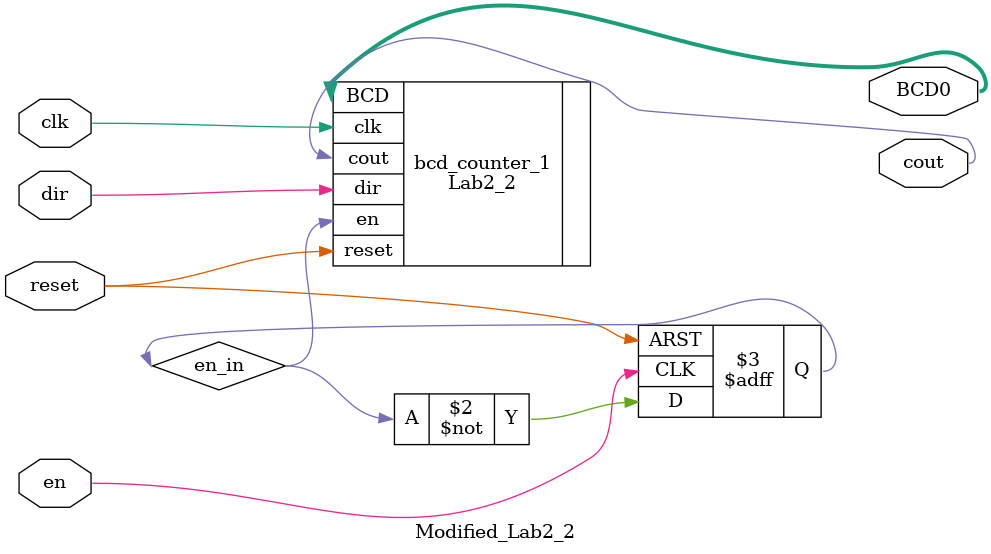
<source format=v>
module Modified_Lab2_2 (clk, reset, en, dir, BCD0, cout);

	input	clk, reset, en, dir;
	output	[3:0] BCD0;
	output	cout;
	reg en_in;
	Lab2_2 bcd_counter_1 (.clk(clk), .reset(reset), .en(en_in), .dir(dir), .BCD(BCD0), .cout(cout));
	
    always@(posedge reset or posedge en) begin
    if (reset) begin
        en_in <= 1'b0;
    end else begin
        en_in <= ~en_in;
    end
end
endmodule

</source>
